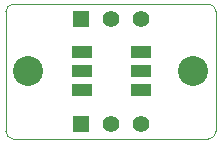
<source format=gts>
G04 (created by PCBNEW (2013-07-07 BZR 4022)-stable) date 10/22/2013 11:34:47 AM*
%MOIN*%
G04 Gerber Fmt 3.4, Leading zero omitted, Abs format*
%FSLAX34Y34*%
G01*
G70*
G90*
G04 APERTURE LIST*
%ADD10C,0.00590551*%
%ADD11C,0.00393701*%
%ADD12R,0.055X0.055*%
%ADD13C,0.055*%
%ADD14C,0.1*%
%ADD15R,0.0708661X0.0393701*%
G04 APERTURE END LIST*
G54D10*
G54D11*
X16000Y-13000D02*
G75*
G03X16250Y-13250I250J0D01*
G74*
G01*
X16250Y-8750D02*
G75*
G03X16000Y-9000I0J-250D01*
G74*
G01*
X23000Y-9000D02*
G75*
G03X22750Y-8750I-250J0D01*
G74*
G01*
X22750Y-13250D02*
G75*
G03X23000Y-13000I0J250D01*
G74*
G01*
X16250Y-13250D02*
X22750Y-13250D01*
X22750Y-8750D02*
X16250Y-8750D01*
X23000Y-13000D02*
X23000Y-9000D01*
X23000Y-11000D02*
X23000Y-13000D01*
X16000Y-13000D02*
X16000Y-9000D01*
X16000Y-9250D02*
X16000Y-13000D01*
X16000Y-11000D02*
X16000Y-9250D01*
G54D12*
X18500Y-12750D03*
G54D13*
X19500Y-12750D03*
X20500Y-12750D03*
G54D12*
X18500Y-9250D03*
G54D13*
X19500Y-9250D03*
X20500Y-9250D03*
G54D14*
X16750Y-11000D03*
X22250Y-11000D03*
G54D15*
X20511Y-11614D03*
X20511Y-10984D03*
X20511Y-10354D03*
X18543Y-10354D03*
X18543Y-10984D03*
X18543Y-11614D03*
M02*

</source>
